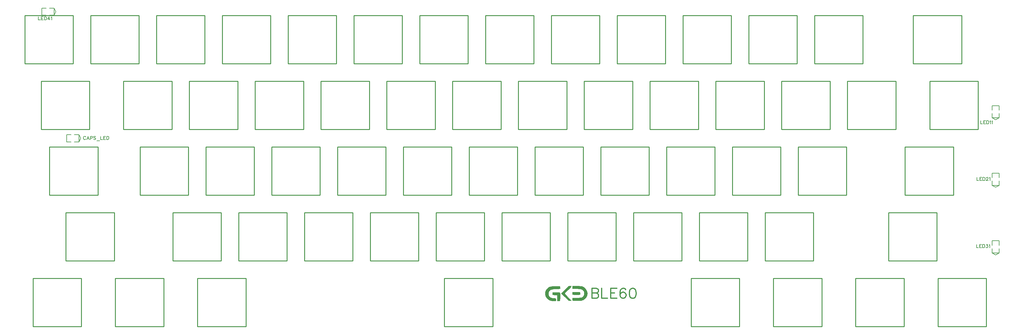
<source format=gto>
G04 Layer: TopSilkLayer*
G04 EasyEDA v6.1.51, Wed, 19 Jun 2019 13:06:47 GMT*
G04 66271e87440c4271b6eaadeb73023992,1972fb780e03461d8e8e980d21b9fed7,00*
G04 Gerber Generator version 0.2*
G04 Scale: 100 percent, Rotated: No, Reflected: No *
G04 Dimensions in inches *
G04 leading zeros omitted , absolute positions ,2 integer and 4 decimal *
%FSLAX24Y24*%
%MOIN*%
G90*
G70D02*

%ADD30C,0.007870*%
%ADD31C,0.009840*%
%ADD32C,0.005910*%
%ADD33C,0.012000*%

%LPD*%
G54D30*
G01X111085Y25215D02*
G01X111085Y24696D01*
G01X111492Y24481D01*
G01X111900Y24696D01*
G01X111085Y24696D01*
G01X111900Y25570D02*
G01X111900Y26089D01*
G01X111085Y26089D01*
G01X111085Y25570D01*
G01X111900Y24696D02*
G01X111900Y25215D01*
G01X111085Y17502D02*
G01X111085Y16982D01*
G01X111492Y16768D01*
G01X111900Y16982D01*
G01X111085Y16982D01*
G01X111900Y17856D02*
G01X111900Y18376D01*
G01X111085Y18376D01*
G01X111085Y17856D01*
G01X111900Y16982D02*
G01X111900Y17502D01*
G01X111085Y9788D02*
G01X111085Y9269D01*
G01X111492Y9054D01*
G01X111900Y9269D01*
G01X111085Y9269D01*
G01X111900Y10143D02*
G01X111900Y10663D01*
G01X111085Y10663D01*
G01X111085Y10143D01*
G01X111900Y9269D02*
G01X111900Y9788D01*
G01X7003Y21951D02*
G01X7218Y22358D01*
G01X7003Y22766D01*
G01X7003Y21951D01*
G01X6483Y21951D01*
G01X6129Y21951D02*
G01X5609Y21951D01*
G01X5609Y22766D01*
G01X6129Y22766D01*
G01X7003Y22766D02*
G01X6483Y22766D01*
G01X4168Y36392D02*
G01X4382Y36800D01*
G01X4168Y37207D01*
G01X4168Y36392D01*
G01X3648Y36392D01*
G01X3294Y36392D02*
G01X2774Y36392D01*
G01X2774Y37207D01*
G01X3294Y37207D01*
G01X4168Y37207D02*
G01X3648Y37207D01*
G54D31*
G01X43463Y36378D02*
G01X43857Y36378D01*
G01X43857Y31242D01*
G01X43857Y31260D02*
G01X43857Y30866D01*
G01X43463Y30866D01*
G01X38345Y30866D01*
G01X38345Y31260D01*
G01X38345Y31282D02*
G01X38345Y36378D01*
G01X43461Y36378D01*
G01X109087Y28878D02*
G01X109481Y28878D01*
G01X109481Y23742D01*
G01X109481Y23760D02*
G01X109481Y23366D01*
G01X109087Y23366D01*
G01X103969Y23366D01*
G01X103969Y23760D01*
G01X103969Y23782D02*
G01X103969Y28878D01*
G01X109085Y28878D01*
G01X13463Y36378D02*
G01X13856Y36378D01*
G01X13856Y31242D01*
G01X13856Y31260D02*
G01X13856Y30866D01*
G01X13463Y30866D01*
G01X8345Y30866D01*
G01X8345Y31260D01*
G01X8345Y31282D02*
G01X8345Y36378D01*
G01X13460Y36378D01*
G01X28463Y36378D02*
G01X28857Y36378D01*
G01X28857Y31242D01*
G01X28857Y31260D02*
G01X28857Y30866D01*
G01X28463Y30866D01*
G01X23345Y30866D01*
G01X23345Y31260D01*
G01X23345Y31282D02*
G01X23345Y36378D01*
G01X28461Y36378D01*
G01X35963Y36378D02*
G01X36357Y36378D01*
G01X36357Y31242D01*
G01X36357Y31260D02*
G01X36357Y30866D01*
G01X35963Y30866D01*
G01X30845Y30866D01*
G01X30845Y31260D01*
G01X30845Y31282D02*
G01X30845Y36378D01*
G01X35961Y36378D01*
G01X50963Y36378D02*
G01X51357Y36378D01*
G01X51357Y31242D01*
G01X51357Y31260D02*
G01X51357Y30866D01*
G01X50963Y30866D01*
G01X45845Y30866D01*
G01X45845Y31260D01*
G01X45845Y31282D02*
G01X45845Y36378D01*
G01X50961Y36378D01*
G01X58463Y36378D02*
G01X58856Y36378D01*
G01X58856Y31242D01*
G01X58856Y31260D02*
G01X58856Y30866D01*
G01X58463Y30866D01*
G01X53345Y30866D01*
G01X53345Y31260D01*
G01X53345Y31282D02*
G01X53345Y36378D01*
G01X58461Y36378D01*
G01X65963Y36378D02*
G01X66357Y36378D01*
G01X66357Y31242D01*
G01X66357Y31260D02*
G01X66357Y30866D01*
G01X65963Y30866D01*
G01X60845Y30866D01*
G01X60845Y31260D01*
G01X60845Y31282D02*
G01X60845Y36378D01*
G01X65961Y36378D01*
G01X73463Y36378D02*
G01X73857Y36378D01*
G01X73857Y31242D01*
G01X73857Y31260D02*
G01X73857Y30866D01*
G01X73463Y30866D01*
G01X68345Y30866D01*
G01X68345Y31260D01*
G01X68345Y31282D02*
G01X68345Y36378D01*
G01X73461Y36378D01*
G01X80963Y36378D02*
G01X81357Y36378D01*
G01X81357Y31242D01*
G01X81357Y31260D02*
G01X81357Y30866D01*
G01X80963Y30866D01*
G01X75845Y30866D01*
G01X75845Y31260D01*
G01X75845Y31282D02*
G01X75845Y36378D01*
G01X80961Y36378D01*
G01X88463Y36378D02*
G01X88857Y36378D01*
G01X88857Y31242D01*
G01X88857Y31260D02*
G01X88857Y30866D01*
G01X88463Y30866D01*
G01X83345Y30866D01*
G01X83345Y31260D01*
G01X83345Y31282D02*
G01X83345Y36378D01*
G01X88461Y36378D01*
G01X95963Y36378D02*
G01X96357Y36378D01*
G01X96357Y31242D01*
G01X96357Y31260D02*
G01X96357Y30866D01*
G01X95963Y30866D01*
G01X90845Y30866D01*
G01X90845Y31260D01*
G01X90845Y31282D02*
G01X90845Y36378D01*
G01X95961Y36378D01*
G01X107212Y36378D02*
G01X107606Y36378D01*
G01X107606Y31242D01*
G01X107606Y31260D02*
G01X107606Y30866D01*
G01X107212Y30866D01*
G01X102094Y30866D01*
G01X102094Y31260D01*
G01X102094Y31282D02*
G01X102094Y36378D01*
G01X107210Y36378D01*
G01X7838Y28878D02*
G01X8231Y28878D01*
G01X8231Y23742D01*
G01X8231Y23760D02*
G01X8231Y23366D01*
G01X7838Y23366D01*
G01X2720Y23366D01*
G01X2720Y23760D01*
G01X2720Y23782D02*
G01X2720Y28878D01*
G01X7835Y28878D01*
G01X17213Y28878D02*
G01X17606Y28878D01*
G01X17606Y23742D01*
G01X17606Y23760D02*
G01X17606Y23366D01*
G01X17213Y23366D01*
G01X12094Y23366D01*
G01X12094Y23760D01*
G01X12094Y23782D02*
G01X12094Y28878D01*
G01X17210Y28878D01*
G01X24713Y28878D02*
G01X25106Y28878D01*
G01X25106Y23742D01*
G01X25106Y23760D02*
G01X25106Y23366D01*
G01X24713Y23366D01*
G01X19594Y23366D01*
G01X19594Y23760D01*
G01X19594Y23782D02*
G01X19594Y28878D01*
G01X24710Y28878D01*
G01X32213Y28878D02*
G01X32606Y28878D01*
G01X32606Y23742D01*
G01X32606Y23760D02*
G01X32606Y23366D01*
G01X32213Y23366D01*
G01X27094Y23366D01*
G01X27094Y23760D01*
G01X27094Y23782D02*
G01X27094Y28878D01*
G01X32210Y28878D01*
G01X39713Y28878D02*
G01X40106Y28878D01*
G01X40106Y23742D01*
G01X40106Y23760D02*
G01X40106Y23366D01*
G01X39713Y23366D01*
G01X34594Y23366D01*
G01X34594Y23760D01*
G01X34594Y23782D02*
G01X34594Y28878D01*
G01X39710Y28878D01*
G01X47213Y28878D02*
G01X47606Y28878D01*
G01X47606Y23742D01*
G01X47606Y23760D02*
G01X47606Y23366D01*
G01X47213Y23366D01*
G01X42094Y23366D01*
G01X42094Y23760D01*
G01X42094Y23782D02*
G01X42094Y28878D01*
G01X47210Y28878D01*
G01X54712Y28878D02*
G01X55106Y28878D01*
G01X55106Y23742D01*
G01X55106Y23760D02*
G01X55106Y23366D01*
G01X54712Y23366D01*
G01X49594Y23366D01*
G01X49594Y23760D01*
G01X49594Y23782D02*
G01X49594Y28878D01*
G01X54710Y28878D01*
G01X62212Y28878D02*
G01X62606Y28878D01*
G01X62606Y23742D01*
G01X62606Y23760D02*
G01X62606Y23366D01*
G01X62212Y23366D01*
G01X57094Y23366D01*
G01X57094Y23760D01*
G01X57094Y23782D02*
G01X57094Y28878D01*
G01X62210Y28878D01*
G01X69712Y28878D02*
G01X70106Y28878D01*
G01X70106Y23742D01*
G01X70106Y23760D02*
G01X70106Y23366D01*
G01X69712Y23366D01*
G01X64594Y23366D01*
G01X64594Y23760D01*
G01X64594Y23782D02*
G01X64594Y28878D01*
G01X69710Y28878D01*
G01X77212Y28878D02*
G01X77606Y28878D01*
G01X77606Y23742D01*
G01X77606Y23760D02*
G01X77606Y23366D01*
G01X77212Y23366D01*
G01X72094Y23366D01*
G01X72094Y23760D01*
G01X72094Y23782D02*
G01X72094Y28878D01*
G01X77210Y28878D01*
G01X84712Y28878D02*
G01X85106Y28878D01*
G01X85106Y23742D01*
G01X85106Y23760D02*
G01X85106Y23366D01*
G01X84712Y23366D01*
G01X79594Y23366D01*
G01X79594Y23760D01*
G01X79594Y23782D02*
G01X79594Y28878D01*
G01X84710Y28878D01*
G01X92212Y28878D02*
G01X92606Y28878D01*
G01X92606Y23742D01*
G01X92606Y23760D02*
G01X92606Y23366D01*
G01X92212Y23366D01*
G01X87094Y23366D01*
G01X87094Y23760D01*
G01X87094Y23782D02*
G01X87094Y28878D01*
G01X92210Y28878D01*
G01X99712Y28878D02*
G01X100106Y28878D01*
G01X100106Y23742D01*
G01X100106Y23760D02*
G01X100106Y23366D01*
G01X99712Y23366D01*
G01X94594Y23366D01*
G01X94594Y23760D01*
G01X94594Y23782D02*
G01X94594Y28878D01*
G01X99710Y28878D01*
G01X8775Y21378D02*
G01X9169Y21378D01*
G01X9169Y16242D01*
G01X9169Y16260D02*
G01X9169Y15866D01*
G01X8775Y15866D01*
G01X3657Y15866D01*
G01X3657Y16260D01*
G01X3657Y16282D02*
G01X3657Y21378D01*
G01X8773Y21378D01*
G01X19088Y21378D02*
G01X19481Y21378D01*
G01X19481Y16242D01*
G01X19481Y16260D02*
G01X19481Y15866D01*
G01X19088Y15866D01*
G01X13970Y15866D01*
G01X13970Y16260D01*
G01X13970Y16282D02*
G01X13970Y21378D01*
G01X19086Y21378D01*
G01X26588Y21378D02*
G01X26981Y21378D01*
G01X26981Y16242D01*
G01X26981Y16260D02*
G01X26981Y15866D01*
G01X26588Y15866D01*
G01X21470Y15866D01*
G01X21470Y16260D01*
G01X21470Y16282D02*
G01X21470Y21378D01*
G01X26586Y21378D01*
G01X34088Y21378D02*
G01X34481Y21378D01*
G01X34481Y16242D01*
G01X34481Y16260D02*
G01X34481Y15866D01*
G01X34088Y15866D01*
G01X28970Y15866D01*
G01X28970Y16260D01*
G01X28970Y16282D02*
G01X28970Y21378D01*
G01X34086Y21378D01*
G01X41588Y21378D02*
G01X41981Y21378D01*
G01X41981Y16242D01*
G01X41981Y16260D02*
G01X41981Y15866D01*
G01X41588Y15866D01*
G01X36470Y15866D01*
G01X36470Y16260D01*
G01X36470Y16282D02*
G01X36470Y21378D01*
G01X41586Y21378D01*
G01X49088Y21378D02*
G01X49481Y21378D01*
G01X49481Y16242D01*
G01X49481Y16260D02*
G01X49481Y15866D01*
G01X49088Y15866D01*
G01X43970Y15866D01*
G01X43970Y16260D01*
G01X43970Y16282D02*
G01X43970Y21378D01*
G01X49086Y21378D01*
G01X56588Y21378D02*
G01X56981Y21378D01*
G01X56981Y16242D01*
G01X56981Y16260D02*
G01X56981Y15866D01*
G01X56588Y15866D01*
G01X51469Y15866D01*
G01X51469Y16260D01*
G01X51469Y16282D02*
G01X51469Y21378D01*
G01X56585Y21378D01*
G01X64088Y21378D02*
G01X64481Y21378D01*
G01X64481Y16242D01*
G01X64481Y16260D02*
G01X64481Y15866D01*
G01X64088Y15866D01*
G01X58969Y15866D01*
G01X58969Y16260D01*
G01X58969Y16282D02*
G01X58969Y21378D01*
G01X64085Y21378D01*
G01X71588Y21378D02*
G01X71981Y21378D01*
G01X71981Y16242D01*
G01X71981Y16260D02*
G01X71981Y15866D01*
G01X71588Y15866D01*
G01X66470Y15866D01*
G01X66470Y16260D01*
G01X66470Y16282D02*
G01X66470Y21378D01*
G01X71585Y21378D01*
G01X79088Y21378D02*
G01X79481Y21378D01*
G01X79481Y16242D01*
G01X79481Y16260D02*
G01X79481Y15866D01*
G01X79088Y15866D01*
G01X73970Y15866D01*
G01X73970Y16260D01*
G01X73970Y16282D02*
G01X73970Y21378D01*
G01X79085Y21378D01*
G01X86588Y21378D02*
G01X86981Y21378D01*
G01X86981Y16242D01*
G01X86981Y16260D02*
G01X86981Y15866D01*
G01X86588Y15866D01*
G01X81470Y15866D01*
G01X81470Y16260D01*
G01X81470Y16282D02*
G01X81470Y21378D01*
G01X86585Y21378D01*
G01X94088Y21378D02*
G01X94481Y21378D01*
G01X94481Y16242D01*
G01X94481Y16260D02*
G01X94481Y15866D01*
G01X94088Y15866D01*
G01X88970Y15866D01*
G01X88970Y16260D01*
G01X88970Y16282D02*
G01X88970Y21378D01*
G01X94085Y21378D01*
G01X106275Y21378D02*
G01X106669Y21378D01*
G01X106669Y16242D01*
G01X106669Y16260D02*
G01X106669Y15866D01*
G01X106275Y15866D01*
G01X101157Y15866D01*
G01X101157Y16260D01*
G01X101157Y16282D02*
G01X101157Y21378D01*
G01X106273Y21378D01*
G01X10650Y13878D02*
G01X11044Y13878D01*
G01X11044Y8742D01*
G01X11044Y8760D02*
G01X11044Y8366D01*
G01X10650Y8366D01*
G01X5532Y8366D01*
G01X5532Y8760D01*
G01X5532Y8782D02*
G01X5532Y13878D01*
G01X10648Y13878D01*
G01X22838Y13878D02*
G01X23231Y13878D01*
G01X23231Y8742D01*
G01X23231Y8760D02*
G01X23231Y8366D01*
G01X22838Y8366D01*
G01X17720Y8366D01*
G01X17720Y8760D01*
G01X17720Y8782D02*
G01X17720Y13878D01*
G01X22836Y13878D01*
G01X30338Y13878D02*
G01X30731Y13878D01*
G01X30731Y8742D01*
G01X30731Y8760D02*
G01X30731Y8366D01*
G01X30338Y8366D01*
G01X25220Y8366D01*
G01X25220Y8760D01*
G01X25220Y8782D02*
G01X25220Y13878D01*
G01X30336Y13878D01*
G01X37838Y13878D02*
G01X38231Y13878D01*
G01X38231Y8742D01*
G01X38231Y8760D02*
G01X38231Y8366D01*
G01X37838Y8366D01*
G01X32720Y8366D01*
G01X32720Y8760D01*
G01X32720Y8782D02*
G01X32720Y13878D01*
G01X37836Y13878D01*
G01X45338Y13878D02*
G01X45731Y13878D01*
G01X45731Y8742D01*
G01X45731Y8760D02*
G01X45731Y8366D01*
G01X45338Y8366D01*
G01X40220Y8366D01*
G01X40220Y8760D01*
G01X40220Y8782D02*
G01X40220Y13878D01*
G01X45336Y13878D01*
G01X52838Y13878D02*
G01X53231Y13878D01*
G01X53231Y8742D01*
G01X53231Y8760D02*
G01X53231Y8366D01*
G01X52838Y8366D01*
G01X47719Y8366D01*
G01X47719Y8760D01*
G01X47719Y8782D02*
G01X47719Y13878D01*
G01X52835Y13878D01*
G01X60338Y13878D02*
G01X60731Y13878D01*
G01X60731Y8742D01*
G01X60731Y8760D02*
G01X60731Y8366D01*
G01X60338Y8366D01*
G01X55219Y8366D01*
G01X55219Y8760D01*
G01X55219Y8782D02*
G01X55219Y13878D01*
G01X60335Y13878D01*
G01X67838Y13878D02*
G01X68231Y13878D01*
G01X68231Y8742D01*
G01X68231Y8760D02*
G01X68231Y8366D01*
G01X67838Y8366D01*
G01X62719Y8366D01*
G01X62719Y8760D01*
G01X62719Y8782D02*
G01X62719Y13878D01*
G01X67835Y13878D01*
G01X75338Y13878D02*
G01X75731Y13878D01*
G01X75731Y8742D01*
G01X75731Y8760D02*
G01X75731Y8366D01*
G01X75338Y8366D01*
G01X70220Y8366D01*
G01X70220Y8760D01*
G01X70220Y8782D02*
G01X70220Y13878D01*
G01X75335Y13878D01*
G01X82838Y13878D02*
G01X83231Y13878D01*
G01X83231Y8742D01*
G01X83231Y8760D02*
G01X83231Y8366D01*
G01X82838Y8366D01*
G01X77720Y8366D01*
G01X77720Y8760D01*
G01X77720Y8782D02*
G01X77720Y13878D01*
G01X82835Y13878D01*
G01X90338Y13878D02*
G01X90731Y13878D01*
G01X90731Y8742D01*
G01X90731Y8760D02*
G01X90731Y8366D01*
G01X90338Y8366D01*
G01X85220Y8366D01*
G01X85220Y8760D01*
G01X85220Y8782D02*
G01X85220Y13878D01*
G01X90335Y13878D01*
G01X104400Y13878D02*
G01X104794Y13878D01*
G01X104794Y8742D01*
G01X104794Y8760D02*
G01X104794Y8366D01*
G01X104400Y8366D01*
G01X99282Y8366D01*
G01X99282Y8760D01*
G01X99282Y8782D02*
G01X99282Y13878D01*
G01X104398Y13878D01*
G01X6900Y6378D02*
G01X7294Y6378D01*
G01X7294Y1242D01*
G01X7294Y1260D02*
G01X7294Y866D01*
G01X6900Y866D01*
G01X1782Y866D01*
G01X1782Y1260D01*
G01X1782Y1282D02*
G01X1782Y6378D01*
G01X6898Y6378D01*
G01X16275Y6378D02*
G01X16669Y6378D01*
G01X16669Y1242D01*
G01X16669Y1260D02*
G01X16669Y866D01*
G01X16275Y866D01*
G01X11157Y866D01*
G01X11157Y1260D01*
G01X11157Y1282D02*
G01X11157Y6378D01*
G01X16273Y6378D01*
G01X25650Y6378D02*
G01X26044Y6378D01*
G01X26044Y1242D01*
G01X26044Y1260D02*
G01X26044Y866D01*
G01X25650Y866D01*
G01X20532Y866D01*
G01X20532Y1260D01*
G01X20532Y1282D02*
G01X20532Y6378D01*
G01X25648Y6378D01*
G01X53775Y6378D02*
G01X54169Y6378D01*
G01X54169Y1242D01*
G01X54169Y1260D02*
G01X54169Y866D01*
G01X53775Y866D01*
G01X48657Y866D01*
G01X48657Y1260D01*
G01X48657Y1282D02*
G01X48657Y6378D01*
G01X53773Y6378D01*
G01X81900Y6378D02*
G01X82294Y6378D01*
G01X82294Y1242D01*
G01X82294Y1260D02*
G01X82294Y866D01*
G01X81900Y866D01*
G01X76782Y866D01*
G01X76782Y1260D01*
G01X76782Y1282D02*
G01X76782Y6378D01*
G01X81898Y6378D01*
G01X91275Y6378D02*
G01X91669Y6378D01*
G01X91669Y1242D01*
G01X91669Y1260D02*
G01X91669Y866D01*
G01X91275Y866D01*
G01X86157Y866D01*
G01X86157Y1260D01*
G01X86157Y1282D02*
G01X86157Y6378D01*
G01X91273Y6378D01*
G01X100650Y6378D02*
G01X101044Y6378D01*
G01X101044Y1242D01*
G01X101044Y1260D02*
G01X101044Y866D01*
G01X100650Y866D01*
G01X95532Y866D01*
G01X95532Y1260D01*
G01X95532Y1282D02*
G01X95532Y6378D01*
G01X100648Y6378D01*
G01X110025Y6378D02*
G01X110419Y6378D01*
G01X110419Y1242D01*
G01X110419Y1260D02*
G01X110419Y866D01*
G01X110025Y866D01*
G01X104907Y866D01*
G01X104907Y1260D01*
G01X104907Y1282D02*
G01X104907Y6378D01*
G01X110023Y6378D01*
G01X5963Y36378D02*
G01X6356Y36378D01*
G01X6356Y31242D01*
G01X6356Y31260D02*
G01X6356Y30866D01*
G01X5963Y30866D01*
G01X845Y30866D01*
G01X845Y31260D01*
G01X845Y31282D02*
G01X845Y36378D01*
G01X5960Y36378D01*
G01X20963Y36378D02*
G01X21357Y36378D01*
G01X21357Y31242D01*
G01X21357Y31260D02*
G01X21357Y30866D01*
G01X20963Y30866D01*
G01X15845Y30866D01*
G01X15845Y31260D01*
G01X15845Y31282D02*
G01X15845Y36378D01*
G01X20961Y36378D01*
G54D32*
G01X109775Y24374D02*
G01X109775Y23998D01*
G01X109775Y23998D02*
G01X109990Y23998D01*
G01X110108Y24374D02*
G01X110108Y23998D01*
G01X110108Y24374D02*
G01X110341Y24374D01*
G01X110108Y24195D02*
G01X110251Y24195D01*
G01X110108Y23998D02*
G01X110341Y23998D01*
G01X110459Y24374D02*
G01X110459Y23998D01*
G01X110459Y24374D02*
G01X110584Y24374D01*
G01X110638Y24356D01*
G01X110674Y24320D01*
G01X110692Y24284D01*
G01X110710Y24231D01*
G01X110710Y24141D01*
G01X110692Y24088D01*
G01X110674Y24052D01*
G01X110638Y24016D01*
G01X110584Y23998D01*
G01X110459Y23998D01*
G01X110828Y24302D02*
G01X110863Y24320D01*
G01X110917Y24374D01*
G01X110917Y23998D01*
G01X111035Y24302D02*
G01X111071Y24320D01*
G01X111125Y24374D01*
G01X111125Y23998D01*
G01X109342Y17906D02*
G01X109342Y17530D01*
G01X109342Y17530D02*
G01X109557Y17530D01*
G01X109675Y17906D02*
G01X109675Y17530D01*
G01X109675Y17906D02*
G01X109908Y17906D01*
G01X109675Y17727D02*
G01X109818Y17727D01*
G01X109675Y17530D02*
G01X109908Y17530D01*
G01X110026Y17906D02*
G01X110026Y17530D01*
G01X110026Y17906D02*
G01X110151Y17906D01*
G01X110205Y17888D01*
G01X110241Y17853D01*
G01X110259Y17817D01*
G01X110277Y17763D01*
G01X110277Y17674D01*
G01X110259Y17620D01*
G01X110241Y17584D01*
G01X110205Y17548D01*
G01X110151Y17530D01*
G01X110026Y17530D01*
G01X110413Y17817D02*
G01X110413Y17835D01*
G01X110430Y17870D01*
G01X110448Y17888D01*
G01X110484Y17906D01*
G01X110556Y17906D01*
G01X110592Y17888D01*
G01X110609Y17870D01*
G01X110627Y17835D01*
G01X110627Y17799D01*
G01X110609Y17763D01*
G01X110574Y17709D01*
G01X110395Y17530D01*
G01X110645Y17530D01*
G01X110763Y17835D02*
G01X110799Y17853D01*
G01X110853Y17906D01*
G01X110853Y17530D01*
G01X109315Y10245D02*
G01X109315Y9869D01*
G01X109315Y9869D02*
G01X109530Y9869D01*
G01X109648Y10245D02*
G01X109648Y9869D01*
G01X109648Y10245D02*
G01X109881Y10245D01*
G01X109648Y10065D02*
G01X109791Y10065D01*
G01X109648Y9869D02*
G01X109881Y9869D01*
G01X109999Y10245D02*
G01X109999Y9869D01*
G01X109999Y10245D02*
G01X110124Y10245D01*
G01X110178Y10226D01*
G01X110214Y10190D01*
G01X110232Y10155D01*
G01X110250Y10101D01*
G01X110250Y10012D01*
G01X110232Y9959D01*
G01X110214Y9923D01*
G01X110178Y9887D01*
G01X110124Y9869D01*
G01X109999Y9869D01*
G01X110403Y10245D02*
G01X110600Y10245D01*
G01X110493Y10101D01*
G01X110547Y10101D01*
G01X110582Y10084D01*
G01X110600Y10065D01*
G01X110618Y10012D01*
G01X110618Y9976D01*
G01X110600Y9923D01*
G01X110565Y9887D01*
G01X110511Y9869D01*
G01X110457Y9869D01*
G01X110403Y9887D01*
G01X110386Y9905D01*
G01X110368Y9940D01*
G01X110736Y10173D02*
G01X110772Y10190D01*
G01X110826Y10245D01*
G01X110826Y9869D01*
G01X7792Y22495D02*
G01X7774Y22531D01*
G01X7738Y22567D01*
G01X7702Y22585D01*
G01X7631Y22585D01*
G01X7595Y22567D01*
G01X7559Y22531D01*
G01X7541Y22495D01*
G01X7523Y22442D01*
G01X7523Y22352D01*
G01X7541Y22299D01*
G01X7559Y22263D01*
G01X7595Y22227D01*
G01X7631Y22209D01*
G01X7702Y22209D01*
G01X7738Y22227D01*
G01X7774Y22263D01*
G01X7792Y22299D01*
G01X8053Y22585D02*
G01X7910Y22209D01*
G01X8053Y22585D02*
G01X8196Y22209D01*
G01X7963Y22334D02*
G01X8142Y22334D01*
G01X8314Y22585D02*
G01X8314Y22209D01*
G01X8314Y22585D02*
G01X8475Y22585D01*
G01X8529Y22567D01*
G01X8547Y22549D01*
G01X8565Y22513D01*
G01X8565Y22460D01*
G01X8547Y22424D01*
G01X8529Y22406D01*
G01X8475Y22388D01*
G01X8314Y22388D01*
G01X8933Y22531D02*
G01X8898Y22567D01*
G01X8844Y22585D01*
G01X8772Y22585D01*
G01X8719Y22567D01*
G01X8683Y22531D01*
G01X8683Y22495D01*
G01X8701Y22460D01*
G01X8719Y22442D01*
G01X8754Y22424D01*
G01X8862Y22388D01*
G01X8898Y22370D01*
G01X8915Y22352D01*
G01X8933Y22316D01*
G01X8933Y22263D01*
G01X8898Y22227D01*
G01X8844Y22209D01*
G01X8772Y22209D01*
G01X8719Y22227D01*
G01X8683Y22263D01*
G01X9051Y22084D02*
G01X9374Y22084D01*
G01X9492Y22585D02*
G01X9492Y22209D01*
G01X9492Y22209D02*
G01X9706Y22209D01*
G01X9825Y22585D02*
G01X9825Y22209D01*
G01X9825Y22585D02*
G01X10057Y22585D01*
G01X9825Y22406D02*
G01X9968Y22406D01*
G01X9825Y22209D02*
G01X10057Y22209D01*
G01X10175Y22585D02*
G01X10175Y22209D01*
G01X10175Y22585D02*
G01X10301Y22585D01*
G01X10354Y22567D01*
G01X10390Y22531D01*
G01X10408Y22495D01*
G01X10426Y22442D01*
G01X10426Y22352D01*
G01X10408Y22299D01*
G01X10390Y22263D01*
G01X10354Y22227D01*
G01X10301Y22209D01*
G01X10175Y22209D01*
G01X2395Y36233D02*
G01X2395Y35857D01*
G01X2395Y35857D02*
G01X2609Y35857D01*
G01X2727Y36233D02*
G01X2727Y35857D01*
G01X2727Y36233D02*
G01X2960Y36233D01*
G01X2727Y36054D02*
G01X2871Y36054D01*
G01X2727Y35857D02*
G01X2960Y35857D01*
G01X3078Y36233D02*
G01X3078Y35857D01*
G01X3078Y36233D02*
G01X3203Y36233D01*
G01X3257Y36215D01*
G01X3293Y36179D01*
G01X3311Y36143D01*
G01X3329Y36090D01*
G01X3329Y36000D01*
G01X3311Y35947D01*
G01X3293Y35911D01*
G01X3257Y35875D01*
G01X3203Y35857D01*
G01X3078Y35857D01*
G01X3626Y36233D02*
G01X3447Y35982D01*
G01X3715Y35982D01*
G01X3626Y36233D02*
G01X3626Y35857D01*
G01X3833Y36161D02*
G01X3869Y36179D01*
G01X3923Y36233D01*
G01X3923Y35857D01*
G54D33*
G01X65467Y5244D02*
G01X65467Y4098D01*
G01X65467Y5244D02*
G01X65958Y5244D01*
G01X66121Y5188D01*
G01X66176Y5135D01*
G01X66230Y5025D01*
G01X66230Y4915D01*
G01X66176Y4807D01*
G01X66121Y4752D01*
G01X65958Y4698D01*
G01X65467Y4698D02*
G01X65958Y4698D01*
G01X66121Y4644D01*
G01X66176Y4588D01*
G01X66230Y4480D01*
G01X66230Y4315D01*
G01X66176Y4207D01*
G01X66121Y4152D01*
G01X65958Y4098D01*
G01X65467Y4098D01*
G01X66590Y5244D02*
G01X66590Y4098D01*
G01X66590Y4098D02*
G01X67245Y4098D01*
G01X67605Y5244D02*
G01X67605Y4098D01*
G01X67605Y5244D02*
G01X68314Y5244D01*
G01X67605Y4698D02*
G01X68041Y4698D01*
G01X67605Y4098D02*
G01X68314Y4098D01*
G01X69329Y5080D02*
G01X69274Y5188D01*
G01X69110Y5244D01*
G01X69001Y5244D01*
G01X68838Y5188D01*
G01X68729Y5025D01*
G01X68674Y4752D01*
G01X68674Y4480D01*
G01X68729Y4262D01*
G01X68838Y4152D01*
G01X69001Y4098D01*
G01X69056Y4098D01*
G01X69220Y4152D01*
G01X69329Y4262D01*
G01X69383Y4425D01*
G01X69383Y4480D01*
G01X69329Y4644D01*
G01X69220Y4752D01*
G01X69056Y4807D01*
G01X69001Y4807D01*
G01X68838Y4752D01*
G01X68729Y4644D01*
G01X68674Y4480D01*
G01X70070Y5244D02*
G01X69907Y5188D01*
G01X69798Y5025D01*
G01X69743Y4752D01*
G01X69743Y4588D01*
G01X69798Y4315D01*
G01X69907Y4152D01*
G01X70070Y4098D01*
G01X70180Y4098D01*
G01X70343Y4152D01*
G01X70452Y4315D01*
G01X70507Y4588D01*
G01X70507Y4752D01*
G01X70452Y5025D01*
G01X70343Y5188D01*
G01X70180Y5244D01*
G01X70070Y5244D01*

%LPD*%
G36*
G01X64130Y4807D02*
G01X63238Y4807D01*
G01X63238Y4652D01*
G01X63244Y4561D01*
G01X63266Y4516D01*
G01X63313Y4498D01*
G01X63353Y4493D01*
G01X63453Y4487D01*
G01X63590Y4482D01*
G01X63745Y4479D01*
G01X63750Y4478D01*
G01X63909Y4478D01*
G01X64014Y4481D01*
G01X64078Y4491D01*
G01X64115Y4509D01*
G01X64137Y4538D01*
G01X64154Y4610D01*
G01X64150Y4705D01*
G01X64130Y4807D01*
G37*

%LPD*%
G36*
G01X63715Y5507D02*
G01X63238Y5507D01*
G01X63238Y5181D01*
G01X63730Y5168D01*
G01X63818Y5165D01*
G01X64024Y5155D01*
G01X64178Y5138D01*
G01X64292Y5110D01*
G01X64378Y5069D01*
G01X64447Y5011D01*
G01X64511Y4933D01*
G01X64567Y4809D01*
G01X64589Y4657D01*
G01X64573Y4507D01*
G01X64518Y4384D01*
G01X64466Y4319D01*
G01X64405Y4255D01*
G01X64336Y4210D01*
G01X64248Y4181D01*
G01X64130Y4163D01*
G01X63968Y4153D01*
G01X63752Y4147D01*
G01X63238Y4136D01*
G01X63238Y3994D01*
G01X63239Y3959D01*
G01X63247Y3874D01*
G01X63260Y3830D01*
G01X63275Y3825D01*
G01X63347Y3818D01*
G01X63467Y3812D01*
G01X63622Y3809D01*
G01X63802Y3808D01*
G01X63837Y3808D01*
G01X64029Y3809D01*
G01X64170Y3813D01*
G01X64273Y3821D01*
G01X64352Y3835D01*
G01X64419Y3857D01*
G01X64488Y3887D01*
G01X64510Y3898D01*
G01X64711Y4030D01*
G01X64855Y4197D01*
G01X64942Y4399D01*
G01X64971Y4633D01*
G01X64947Y4828D01*
G01X64865Y5038D01*
G01X64734Y5220D01*
G01X64562Y5364D01*
G01X64358Y5458D01*
G01X64329Y5466D01*
G01X64184Y5489D01*
G01X63981Y5503D01*
G01X63715Y5507D01*
G37*

%LPD*%
G36*
G01X63012Y5507D02*
G01X62841Y5507D01*
G01X62403Y5094D01*
G01X62273Y4971D01*
G01X62149Y4852D01*
G01X62050Y4755D01*
G01X61985Y4689D01*
G01X61960Y4661D01*
G01X61980Y4635D01*
G01X62041Y4571D01*
G01X62137Y4476D01*
G01X62259Y4358D01*
G01X62400Y4225D01*
G01X62846Y3807D01*
G01X63187Y3807D01*
G01X62792Y4203D01*
G01X62698Y4299D01*
G01X62575Y4426D01*
G01X62491Y4520D01*
G01X62441Y4587D01*
G01X62419Y4634D01*
G01X62420Y4668D01*
G01X62421Y4671D01*
G01X62457Y4723D01*
G01X62532Y4806D01*
G01X62635Y4911D01*
G01X62756Y5026D01*
G01X62773Y5042D01*
G01X62890Y5152D01*
G01X62985Y5247D01*
G01X63048Y5316D01*
G01X63071Y5350D01*
G01X63084Y5386D01*
G01X63127Y5446D01*
G01X63151Y5475D01*
G01X63152Y5497D01*
G01X63110Y5506D01*
G01X63012Y5507D01*
G37*

%LPD*%
G36*
G01X61824Y4774D02*
G01X60971Y4774D01*
G01X60971Y4628D01*
G01X60972Y4587D01*
G01X60980Y4515D01*
G01X61011Y4480D01*
G01X61076Y4461D01*
G01X61107Y4456D01*
G01X61220Y4445D01*
G01X61342Y4441D01*
G01X61505Y4441D01*
G01X61505Y3774D01*
G01X61729Y3774D01*
G01X61786Y3780D01*
G01X61825Y3802D01*
G01X61850Y3851D01*
G01X61864Y3935D01*
G01X61874Y4066D01*
G01X61882Y4253D01*
G01X61884Y4306D01*
G01X61884Y4467D01*
G01X61876Y4597D01*
G01X61860Y4678D01*
G01X61824Y4774D01*
G37*

%LPD*%
G36*
G01X61856Y5360D02*
G01X61834Y5480D01*
G01X61294Y5468D01*
G01X61135Y5465D01*
G01X60975Y5460D01*
G01X60859Y5452D01*
G01X60774Y5440D01*
G01X60707Y5422D01*
G01X60645Y5395D01*
G01X60577Y5359D01*
G01X60474Y5292D01*
G01X60317Y5138D01*
G01X60210Y4957D01*
G01X60154Y4758D01*
G01X60148Y4553D01*
G01X60191Y4352D01*
G01X60284Y4165D01*
G01X60426Y4002D01*
G01X60616Y3874D01*
G01X60726Y3823D01*
G01X60826Y3792D01*
G01X60938Y3777D01*
G01X61088Y3774D01*
G01X61161Y3774D01*
G01X61271Y3778D01*
G01X61336Y3789D01*
G01X61372Y3811D01*
G01X61394Y3848D01*
G01X61408Y3896D01*
G01X61392Y4014D01*
G01X61387Y4026D01*
G01X61364Y4072D01*
G01X61326Y4096D01*
G01X61257Y4106D01*
G01X61139Y4107D01*
G01X61055Y4110D01*
G01X60867Y4144D01*
G01X60723Y4219D01*
G01X60611Y4341D01*
G01X60600Y4357D01*
G01X60547Y4505D01*
G01X60546Y4667D01*
G01X60594Y4825D01*
G01X60685Y4962D01*
G01X60815Y5063D01*
G01X60817Y5063D01*
G01X60891Y5089D01*
G01X61003Y5109D01*
G01X61164Y5123D01*
G01X61382Y5134D01*
G01X61529Y5139D01*
G01X61681Y5148D01*
G01X61782Y5163D01*
G01X61841Y5187D01*
G01X61867Y5225D01*
G01X61869Y5281D01*
G01X61856Y5360D01*
G37*
M00*
M02*

</source>
